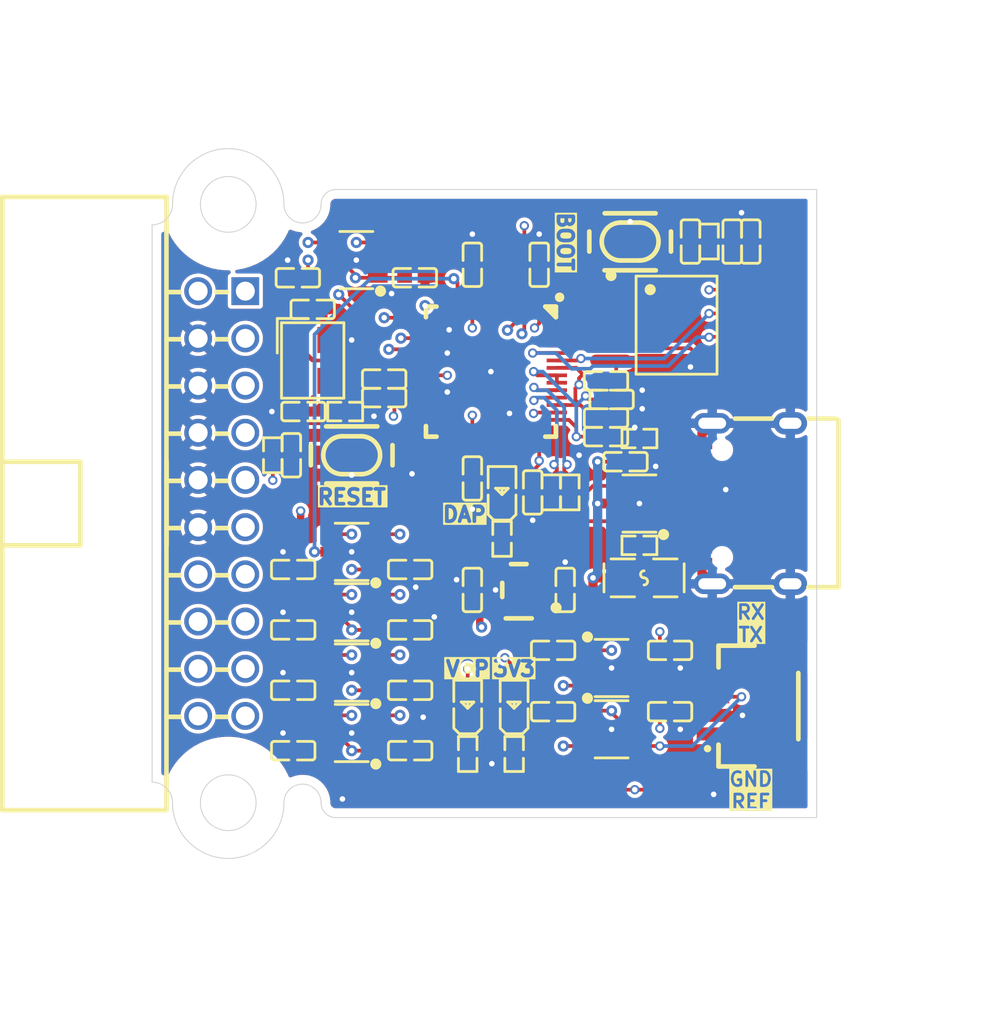
<source format=kicad_pcb>
(kicad_pcb (version 20241229) (generator "pcbnew") (generator_version "9.0")
  (layers (0 "F.Cu" signal) (4 "In1.Cu" signal) (6 "In2.Cu" signal) (2 "B.Cu" signal) (13 "F.Paste" user) (15 "B.Paste" user) (5 "F.SilkS" user "F.Silkscreen") (7 "B.SilkS" user "B.Silkscreen") (1 "F.Mask" user) (3 "B.Mask" user) (25 "Edge.Cuts" user))
  (net 0 "")
  (net 1 "GPIO8")
  (net 2 "model-a-line-2")
  (net 3 "clock")
  (net 4 "data_2")
  (net 5 "SWD_CLK")
  (net 6 "data_1")
  (net 7 "MOSI")
  (net 8 "sbu[1]-line")
  (net 9 "sbu[0]-line")
  (net 10 "GPIO22")
  (net 11 "RP_USB_P")
  (net 12 "RP_USB_N")
  (net 13 "GPIO10")
  (net 14 "data_0")
  (net 15 "GPIO17")
  (net 16 "SCLK")
  (net 17 "SWD_DIO")
  (net 18 "USB_N")
  (net 19 "K")
  (net 20 "MISO")
  (net 21 "footprint-net")
  (net 22 "XIN")
  (net 23 "GPIO21")
  (net 24 "A")
  (net 25 "gpio[26]-line")
  (net 26 "data_3")
  (net 27 "GPIO24")
  (net 28 "GPIO7")
  (net 29 "model-a-line-3")
  (net 30 "cc[0]-line")
  (net 31 "RUN")
  (net 32 "model-a-line-1")
  (net 33 "gpio[29]-line")
  (net 34 "gpio[27]-line")
  (net 35 "model-a-line-0")
  (net 36 "_power_vbus-VCC")
  (net 37 "chip_select")
  (net 38 "GND")
  (net 39 "output")
  (net 40 "GPIO5")
  (net 41 "XOUT")
  (net 42 "power_vbus-VCC")
  (net 43 "GPIO16")
  (net 44 "_core_regulator_out_power-VCC")
  (net 45 "dir-line")
  (net 46 "GPIO23")
  (net 47 "cc[1]-line")
  (net 48 "USB_P")
  (net 49 "GPIO6")
  (net 50 "gpio[28]-line")
  (net 51 "GPIO4")
  (net 52 "reference-VCC")
  (net 53 "3V3")
  (net 54 "SCL")
  (net 55 "return_test_clock-line")
  (net 56 "TCK_SWCLK")
  (net 57 "TMS_DIO")
  (net 58 "_18")
  (net 59 "_2")
  (net 60 "N_TRST")
  (net 61 "_16")
  (net 62 "_20")
  (net 63 "TDO_SWO")
  (net 64 "nRESET")
  (net 65 "footprint-cathode-0")
  (net 66 "anode")
  (net 67 "footprint-cathode-1")
  (net 68 "model-a-line-4")
  (net 69 "a-TX")
  (net 70 "TDI")
  (net 71 "DBGRQ")
  (net 72 "_14")
  (net 73 "a-RX")
  (net 74 "uart-TX")
  (net 75 "uart-RX")
  (net 76 "connector-net")
  (footprint "Wuxi_I_core_Elec_AiP74LVC1T45GB236_TR:SOT-23-6_L2.9-W1.6-P0.95-LS2.8-BL" (layer "F.Cu") (at 11 -30 90)
    (property "Reference" "U7" (hide yes))
    (property "Value" "")
  )
  (footprint "Raspberry_Pi_RP2040:LQFN-56_L7.0-W7.0-P0.4-EP" (layer "F.Cu") (at 18.25 -24 -90)
    (property "Reference" "U9" (hide yes))
    (property "Value" "")
  )
  (footprint "Samsung_Electro_Mechanics_CL05B104KO5NNNC:C0402" (layer "F.Cu") (at 13.9 -13.350001 0)
    (property "Reference" "C3" (hide yes))
    (property "Value" "100nF ±10% 16V X7R")
  )
  (footprint "Samsung_Electro_Mechanics_CL05B104KO5NNNC:C0402" (layer "F.Cu") (at 31.25 -31 90)
    (property "Reference" "C29" (hide yes))
    (property "Value" "100nF ±10% 16V X7R")
  )
  (footprint "Samsung_Electro_Mechanics_CL05B104KO5NNNC:C0402" (layer "F.Cu") (at 7.6 -13.350001 180)
    (property "Reference" "C4" (hide yes))
    (property "Value" "100nF ±10% 16V X7R")
  )
  (footprint "Samsung_Electro_Mechanics_CL05B104KO5NNNC:C0402" (layer "F.Cu") (at 17.25 -18.25 -90)
    (property "Reference" "C25" (hide yes))
    (property "Value" "100nF ±10% 16V X7R")
  )
  (footprint "Samsung_Electro_Mechanics_CL05B104KO5NNNC:C0402" (layer "F.Cu") (at 20.5 -17.5 -90)
    (property "Reference" "C24" (hide yes))
    (property "Value" "100nF ±10% 16V X7R")
  )
  (footprint "Samsung_Electro_Mechanics_CL05B104KO5NNNC:C0402" (layer "F.Cu") (at 7.85 -29.05 180)
    (property "Reference" "C12" (hide yes))
    (property "Value" "100nF ±10% 16V X7R")
  )
  (footprint "Samsung_Electro_Mechanics_CL05B104KO5NNNC:C0402" (layer "F.Cu") (at 13.9 -3.600001 0)
    (property "Reference" "C9" (hide yes))
    (property "Value" "100nF ±10% 16V X7R")
  )
  (footprint "UNI_ROYAL_0402WGF5101TCE:R0402" (layer "F.Cu") (at 26.25 -14.65 180)
    (property "Reference" "R9" (hide yes))
    (property "Value" "5.1kΩ ±1% 62.5mW")
  )
  (footprint "Samsung_Electro_Mechanics_CL05A105KA5NQNC:C0402" (layer "F.Cu") (at 7.500001 -19.5 -90)
    (property "Reference" "C30" (hide yes))
    (property "Value" "1µF ±10% 25V X5R")
  )
  (footprint "FH_0402CG150J500NT:C0402" (layer "F.Cu") (at 8.15 -21.85 180)
    (property "Reference" "C20" (hide yes))
    (property "Value" "15pF ±5% 50V C0G")
  )
  (footprint "Hubei_KENTO_Elec_Blue_light_0603:LED0603-RD" (layer "F.Cu") (at 17 -6 90)
    (property "Reference" "LED3" (hide yes))
    (property "Value" "")
  )
  (footprint "Samsung_Electro_Mechanics_CL05B104KO5NNNC:C0402" (layer "F.Cu") (at 12.500001 -22.6 180)
    (property "Reference" "C18" (hide yes))
    (property "Value" "100nF ±10% 16V X7R")
  )
  (footprint "Samsung_Electro_Mechanics_CL05B104KO5NNNC:C0402" (layer "F.Cu") (at 13.9 -10.100001 0)
    (property "Reference" "C5" (hide yes))
    (property "Value" "100nF ±10% 16V X7R")
  )
  (footprint "Samsung_Electro_Mechanics_CL05B104KO5NNNC:C0402" (layer "F.Cu") (at 7.6 -3.600001 180)
    (property "Reference" "C10" (hide yes))
    (property "Value" "100nF ±10% 16V X7R")
  )
  (footprint "YAGEO_RC0402FR_0727RL:R0402" (layer "F.Cu") (at 22.5 -17.5 90)
    (property "Reference" "R7" (hide yes))
    (property "Value" "27Ω ±1% 62.5mW")
  )
  (footprint "Wuxi_I_core_Elec_AiP74LVC1T45GB236_TR:SOT-23-6_L2.9-W1.6-P0.95-LS2.8-BL" (layer "F.Cu") (at 24.75 -4.75 -90)
    (property "Reference" "U8" (hide yes))
    (property "Value" "")
  )
  (footprint "Wuxi_I_core_Elec_AiP74LVC1T45GB236_TR:SOT-23-6_L2.9-W1.6-P0.95-LS2.8-BL" (layer "F.Cu") (at 10.75 -7.800001 90)
    (property "Reference" "U5" (hide yes))
    (property "Value" "")
  )
  (footprint "Samsung_Electro_Mechanics_CL05B104KO5NNNC:C0402" (layer "F.Cu") (at 14.15 -29.05 0)
    (property "Reference" "C11" (hide yes))
    (property "Value" "100nF ±10% 16V X7R")
  )
  (footprint "Hubei_KENTO_Elec_KT_0603R:LED0603-RD" (layer "F.Cu") (at 19.5 -6 90)
    (property "Reference" "LED1" (hide yes))
    (property "Value" "")
  )
  (footprint "Samsung_Electro_Mechanics_CL05B104KO5NNNC:C0402" (layer "F.Cu") (at 12.5 -23.6 180)
    (property "Reference" "C23" (hide yes))
    (property "Value" "100nF ±10% 16V X7R")
  )
  (footprint "BHFUSE_BSMD0805_050_15V:F0805" (layer "F.Cu") (at 26.5 -12.9 180)
    (property "Reference" "F1" (hide yes))
    (property "Value" "")
  )
  (footprint "Samsung_Electro_Mechanics_CL05B104KO5NNNC:C0402" (layer "F.Cu") (at 27.9 -9 0)
    (property "Reference" "C33" (hide yes))
    (property "Value" "100nF ±10% 16V X7R")
  )
  (footprint "Samsung_Electro_Mechanics_CL05B104KO5NNNC:C0402" (layer "F.Cu") (at 7.6 -10.100001 180)
    (property "Reference" "C6" (hide yes))
    (property "Value" "100nF ±10% 16V X7R")
  )
  (footprint "UNI_ROYAL_0402WGF1002TCE:R0402" (layer "F.Cu") (at 6.5 -19.5 90)
    (property "Reference" "R6" (hide yes))
    (property "Value" "10kΩ ±1% 62.5mW")
  )
  (footprint "Samsung_Electro_Mechanics_CL05B104KO5NNNC:C0402" (layer "F.Cu") (at 21.6 -5.7 180)
    (property "Reference" "C13" (hide yes))
    (property "Value" "100nF ±10% 16V X7R")
  )
  (footprint "Samsung_Electro_Mechanics_CL05A105KA5NQNC:C0402" (layer "F.Cu") (at 28.999999 -31 90)
    (property "Reference" "C15" (hide yes))
    (property "Value" "1µF ±10% 25V X5R")
  )
  (footprint "UNI_ROYAL_0402WGF1001TCE:R0402" (layer "F.Cu") (at 10.4 -21.85 0)
    (property "Reference" "R4" (hide yes))
    (property "Value" "1kΩ ±1% 62.5mW")
  )
  (footprint "Hubei_KENTO_Elec_KT_0603R:LED0603-RD" (layer "F.Cu") (at 18.85 -17.5 90)
    (property "Reference" "LED2" (hide yes))
    (property "Value" "")
  )
  (footprint "Samsung_Electro_Mechanics_CL05A225MQ5NSNC:C0402" (layer "F.Cu") (at 24.45 -20.5 0)
    (property "Reference" "C21" (hide yes))
    (property "Value" "2.2µF ±20% 6.3V X5R")
  )
  (footprint "STMicroelectronics_USBLC6_2SC6:SOT-23-6_L2.9-W1.6-P0.95-LS2.8-BL" (layer "F.Cu") (at 26.25 -16.9 90)
    (property "Reference" "D1" (hide yes))
    (property "Value" "")
  )
  (footprint "Samsung_Electro_Mechanics_CL05B104KO5NNNC:C0402" (layer "F.Cu") (at 13.9 -6.850001 0)
    (property "Reference" "C7" (hide yes))
    (property "Value" "100nF ±10% 16V X7R")
  )
  (footprint "Samsung_Electro_Mechanics_CL05B104KO5NNNC:C0402" (layer "F.Cu") (at 24.45 -23.500001 0)
    (property "Reference" "C17" (hide yes))
    (property "Value" "100nF ±10% 16V X7R")
  )
  (footprint "Wuxi_I_core_Elec_AiP74LVC1T45GB236_TR:SOT-23-6_L2.9-W1.6-P0.95-LS2.8-BL" (layer "F.Cu") (at 10.75 -14.300001 90)
    (property "Reference" "U3" (hide yes))
    (property "Value" "")
  )
  (footprint "FH_0402CG150J500NT:C0402" (layer "F.Cu") (at 8.65 -27.35 0)
    (property "Reference" "C19" (hide yes))
    (property "Value" "15pF ±5% 50V C0G")
  )
  (footprint "Megastar_ZX_IDC2_54_2_10PWZ:IDC-TH_20P-P2.54_ZX-IDC2.54-2-10PWZ" (layer "F.Cu") (at 3.75 -16.9 -90)
    (property "Reference" "J1" (hide yes))
    (property "Value" "")
  )
  (footprint "Samsung_Electro_Mechanics_CL05A225MQ5NSNC:C0402" (layer "F.Cu") (at 32.249999 -31 90)
    (property "Reference" "C28" (hide yes))
    (property "Value" "2.2µF ±20% 6.3V X5R")
  )
  (footprint "YAGEO_RC0402FR_0727RL:R0402" (layer "F.Cu") (at 21.5 -17.5 90)
    (property "Reference" "R8" (hide yes))
    (property "Value" "27Ω ±1% 62.5mW")
  )
  (footprint "UNI_ROYAL_0402WGF1002TCE:R0402" (layer "F.Cu") (at 18.85 -15 90)
    (property "Reference" "R5" (hide yes))
    (property "Value" "10kΩ ±1% 62.5mW")
  )
  (footprint "Samsung_Electro_Mechanics_CL05B104KO5NNNC:C0402" (layer "F.Cu") (at 27.9 -5.7 0)
    (property "Reference" "C14" (hide yes))
    (property "Value" "100nF ±10% 16V X7R")
  )
  (footprint "Samsung_Electro_Mechanics_CL05B104KO5NNNC:C0402" (layer "F.Cu") (at 24.75 -22.5 0)
    (property "Reference" "C22" (hide yes))
    (property "Value" "100nF ±10% 16V X7R")
  )
  (footprint "Wuxi_I_core_Elec_AiP74LVC1T45GB236_TR:SOT-23-6_L2.9-W1.6-P0.95-LS2.8-BL" (layer "F.Cu") (at 10.75 -4.550001 90)
    (property "Reference" "U6" (hide yes))
    (property "Value" "")
  )
  (footprint "Samsung_Electro_Mechanics_CL05B104KO5NNNC:C0402" (layer "F.Cu") (at 17.25 -29.75 90)
    (property "Reference" "C27" (hide yes))
    (property "Value" "100nF ±10% 16V X7R")
  )
  (footprint "UNI_ROYAL_0402WGF5101TCE:R0402" (layer "F.Cu") (at 26.25 -20.4 180)
    (property "Reference" "R10" (hide yes))
    (property "Value" "5.1kΩ ±1% 62.5mW")
  )
  (footprint "Samsung_Electro_Mechanics_CL05B104KO5NNNC:C0402" (layer "F.Cu") (at 25.5 -19.15 0)
    (property "Reference" "C31" (hide yes))
    (property "Value" "100nF ±10% 16V X7R")
  )
  (footprint "SHOU_HAN_TYPE_C_16PIN_2MD_073:USB-C-SMD_TYPE-C-6PIN-2MD-073" (layer "F.Cu") (at 32 -16.9 90)
    (property "Reference" "USB1" (hide yes))
    (property "Value" "")
  )
  (footprint "TECH_PUBLIC_TPAP2112K_3_3TRG1:SOT-23-5_L2.9-W1.6-P0.95-LS2.8-BR" (layer "F.Cu") (at 19.75 -12.25 0)
    (property "Reference" "U2" (hide yes))
    (property "Value" "")
  )
  (footprint "Wuxi_I_core_Elec_AiP74LVC1T45GB236_TR:SOT-23-6_L2.9-W1.6-P0.95-LS2.8-BL" (layer "F.Cu") (at 10.75 -11.050001 90)
    (property "Reference" "U4" (hide yes))
    (property "Value" "")
  )
  (footprint "Samsung_Electro_Mechanics_CL05B104KO5NNNC:C0402" (layer "F.Cu") (at 21.6 -9 180)
    (property "Reference" "C32" (hide yes))
    (property "Value" "100nF ±10% 16V X7R")
  )
  (footprint "UNI_ROYAL_0402WGF1002TCE:R0402" (layer "F.Cu") (at 17 -3.420001 -90)
    (property "Reference" "R2" (hide yes))
    (property "Value" "10kΩ ±1% 62.5mW")
  )
  (footprint "Samsung_Electro_Mechanics_CL05A225MQ5NSNC:C0402" (layer "F.Cu") (at 24.45 -21.5 0)
    (property "Reference" "C16" (hide yes))
    (property "Value" "2.2µF ±20% 6.3V X5R")
  )
  (footprint "Samsung_Electro_Mechanics_CL05B104KO5NNNC:C0402" (layer "F.Cu") (at 20.850001 -29.75 90)
    (property "Reference" "C26" (hide yes))
    (property "Value" "100nF ±10% 16V X7R")
  )
  (footprint "Samsung_Electro_Mechanics_CL05B104KO5NNNC:C0402" (layer "F.Cu") (at 7.6 -6.850001 180)
    (property "Reference" "C8" (hide yes))
    (property "Value" "100nF ±10% 16V X7R")
  )
  (footprint "ALPSALPINE_SKRPACE010:KEY-SMD_4P-L4.2-W3.2-P2.20-LS4.6" (layer "F.Cu") (at 25.749999 -31 0)
    (property "Reference" "SW1" (hide yes))
    (property "Value" "")
  )
  (footprint "Wuxi_I_core_Elec_AiP74LVC1T45GB236_TR:SOT-23-6_L2.9-W1.6-P0.95-LS2.8-BL" (layer "F.Cu") (at 24.75 -8.05 -90)
    (property "Reference" "U1" (hide yes))
    (property "Value" "")
  )
  (footprint "HCTL_HC_1_0_4PWT_B_HW:CONN-SMD_4P-P1.00_HCTL_HC-1.0-4PWT" (layer "F.Cu") (at 32.1 -6 90)
    (property "Reference" "CN1" (hide yes))
    (property "Value" "")
  )
  (footprint "Samsung_Electro_Mechanics_CL05B104KO5NNNC:C0402" (layer "F.Cu") (at 22.25 -12.25 90)
    (property "Reference" "C1" (hide yes))
    (property "Value" "100nF ±10% 16V X7R")
  )
  (footprint "Winbond_Elec_W25Q128JVSIQ:SOIC-8_L5.3-W5.3-P1.27-LS8.0-BL" (layer "F.Cu") (at 28.25 -26.5 -90)
    (property "Reference" "U10" (hide yes))
    (property "Value" "")
  )
  (footprint "UNI_ROYAL_0402WGF1001TCE:R0402" (layer "F.Cu") (at 19.5 -3.420001 -90)
    (property "Reference" "R1" (hide yes))
    (property "Value" "1kΩ ±1% 62.5mW")
  )
  (footprint "ALPSALPINE_SKRPACE010:KEY-SMD_4P-L4.2-W3.2-P2.20-LS4.6" (layer "F.Cu") (at 10.750001 -19.5 180)
    (property "Reference" "SW2" (hide yes))
    (property "Value" "")
  )
  (footprint "Yangxing_Tech_X322512MSB4SI:CRYSTAL-SMD_4P-L3.2-W2.5-BL" (layer "F.Cu") (at 8.65 -24.6 -90)
    (property "Reference" "X1" (hide yes))
    (property "Value" "")
  )
  (footprint "UNI_ROYAL_0402WGF1002TCE:R0402" (layer "F.Cu") (at 30 -31 -90)
    (property "Reference" "R3" (hide yes))
    (property "Value" "10kΩ ±1% 62.5mW")
  )
  (footprint "Samsung_Electro_Mechanics_CL05B104KO5NNNC:C0402" (layer "F.Cu") (at 17.25 -12.25 90)
    (property "Reference" "C2" (hide yes))
    (property "Value" "100nF ±10% 16V X7R")
  )
  (via (at 13.4 -25.8) (size 0.6) (drill 0.3) (layers "F.Cu" "B.Cu") (net 2))
  (via (at 13.35 -8.750001) (size 0.6) (drill 0.3) (layers "F.Cu" "B.Cu") (net 2))
  (via (at 30 -25.85) (size 0.5) (drill 0.3) (layers "F.Cu" "B.Cu") (net 3))
  (via (at 20.5 -25) (size 0.5) (drill 0.3) (layers "F.Cu" "B.Cu") (net 3))
  (via (at 20.564537 -23.15) (size 0.5) (drill 0.3) (layers "F.Cu" "B.Cu") (net 11))
  (via (at 22.35 -19) (size 0.5) (drill 0.3) (layers "F.Cu" "B.Cu") (net 11))
  (via (at 20.564537 -22.45) (size 0.5) (drill 0.3) (layers "F.Cu" "B.Cu") (net 12))
  (via (at 21.65 -19) (size 0.5) (drill 0.3) (layers "F.Cu" "B.Cu") (net 12))
  (via (at 23.1 -24.704) (size 0.5) (drill 0.3) (layers "F.Cu" "B.Cu") (net 26))
  (via (at 30 -27.125) (size 0.5) (drill 0.3) (layers "F.Cu" "B.Cu") (net 26))
  (via (at 13.35 -5.500001) (size 0.6) (drill 0.3) (layers "F.Cu" "B.Cu") (net 29))
  (via (at 12.75 -25.2) (size 0.6) (drill 0.3) (layers "F.Cu" "B.Cu") (net 29))
  (via (at 14.7 -27.55) (size 0.6) (drill 0.3) (layers "F.Cu" "B.Cu") (net 32))
  (via (at 13.35 -12.000001) (size 0.6) (drill 0.3) (layers "F.Cu" "B.Cu") (net 32))
  (via (at 13.35 -15.250001) (size 0.6) (drill 0.3) (layers "F.Cu" "B.Cu") (net 35))
  (via (at 12.5 -26.9) (size 0.6) (drill 0.3) (layers "F.Cu" "B.Cu") (net 35))
  (via (at 24 -16.9) (size 0.6) (drill 0.3) (layers "F.Cu" "B.Cu") (net 36))
  (via (at 23.75 -12.9) (size 0.6) (drill 0.3) (layers "F.Cu" "B.Cu") (net 36))
  (via (at 24 -19.15) (size 0.6) (drill 0.3) (layers "F.Cu" "B.Cu") (net 36))
  (via (at 7.05 -4.550001) (size 0.6) (drill 0.3) (layers "F.Cu" "B.Cu") (net 38))
  (via (at 18.25 -24) (size 0.5) (drill 0.3) (layers "F.Cu" "B.Cu") (net 38))
  (via (at 26.25 -16.9) (size 0.6) (drill 0.3) (layers "F.Cu" "B.Cu") (net 38))
  (via (at 7.3 -30) (size 0.6) (drill 0.3) (layers "F.Cu" "B.Cu") (net 38))
  (via (at 17.25 -16.6) (size 0.5) (drill 0.3) (layers "F.Cu" "B.Cu") (net 38))
  (via (at 20.85 -31.4) (size 0.5) (drill 0.3) (layers "F.Cu" "B.Cu") (net 38))
  (via (at 24.75 -8.05) (size 0.6) (drill 0.3) (layers "F.Cu" "B.Cu") (net 38))
  (via (at 29 -24.25) (size 0.5) (drill 0.3) (layers "F.Cu" "B.Cu") (net 38))
  (via (at 11.95 -21.6) (size 0.5) (drill 0.3) (layers "F.Cu" "B.Cu") (net 38))
  (via (at 10.25 -1) (size 0.5) (drill 0.3) (layers "F.Cu" "B.Cu") (net 38))
  (via (at 12.9 -28.2) (size 0.6) (drill 0.3) (layers "F.Cu" "B.Cu") (net 38))
  (via (at 14.6 -5.4) (size 0.5) (drill 0.3) (layers "F.Cu" "B.Cu") (net 38))
  (via (at 28.45 -8.05) (size 0.6) (drill 0.3) (layers "F.Cu" "B.Cu") (net 38))
  (via (at 6.45 -21.849999) (size 0.5) (drill 0.3) (layers "F.Cu" "B.Cu") (net 38))
  (via (at 10.75 -7.800001) (size 0.6) (drill 0.3) (layers "F.Cu" "B.Cu") (net 38))
  (via (at 30.9 -17.650001) (size 0.6) (drill 0.3) (layers "F.Cu" "B.Cu") (net 38))
  (via (at 26.4 -22) (size 0.5) (drill 0.3) (layers "F.Cu" "B.Cu") (net 38))
  (via (at 7.05 -14.300001) (size 0.6) (drill 0.3) (layers "F.Cu" "B.Cu") (net 38))
  (via (at 31.8 -5.5) (size 0.5) (drill 0.3) (layers "F.Cu" "B.Cu") (net 38))
  (via (at 7.05 -11.050001) (size 0.6) (drill 0.3) (layers "F.Cu" "B.Cu") (net 38))
  (via (at 7.05 -7.800001) (size 0.6) (drill 0.3) (layers "F.Cu" "B.Cu") (net 38))
  (via (at 22.25 -13.75) (size 0.5) (drill 0.3) (layers "F.Cu" "B.Cu") (net 38))
  (via (at 10.75 -4.550001) (size 0.6) (drill 0.3) (layers "F.Cu" "B.Cu") (net 38))
  (via (at 16.4 -12.8) (size 0.5) (drill 0.3) (layers "F.Cu" "B.Cu") (net 38))
  (via (at 10.750001 -25.7) (size 0.5) (drill 0.3) (layers "F.Cu" "B.Cu") (net 38))
  (via (at 15.2 -10.8) (size 0.5) (drill 0.3) (layers "F.Cu" "B.Cu") (net 38))
  (via (at 23 -19.5) (size 0.5) (drill 0.3) (layers "F.Cu" "B.Cu") (net 38))
  (via (at 24.75 -4.75) (size 0.6) (drill 0.3) (layers "F.Cu" "B.Cu") (net 38))
  (via (at 11 -30) (size 0.6) (drill 0.3) (layers "F.Cu" "B.Cu") (net 38))
  (via (at 10.75 -14.300001) (size 0.6) (drill 0.3) (layers "F.Cu" "B.Cu") (net 38))
  (via (at 18.3 -2.9) (size 0.5) (drill 0.3) (layers "F.Cu" "B.Cu") (net 38))
  (via (at 15.9 -25) (size 0.5) (drill 0.3) (layers "F.Cu" "B.Cu") (net 38))
  (via (at 17.25 -31.4) (size 0.5) (drill 0.3) (layers "F.Cu" "B.Cu") (net 38))
  (via (at 26.4 -23) (size 0.5) (drill 0.3) (layers "F.Cu" "B.Cu") (net 38))
  (via (at 25.75 -32.07) (size 0.5) (drill 0.3) (layers "F.Cu" "B.Cu") (net 38))
  (via (at 14.2 -12.4) (size 0.5) (drill 0.3) (layers "F.Cu" "B.Cu") (net 38))
  (via (at 16 -26.25) (size 0.6) (drill 0.3) (layers "F.Cu" "B.Cu") (net 38))
  (via (at 15.9 -22.9) (size 0.6) (drill 0.3) (layers "F.Cu" "B.Cu") (net 38))
  (via (at 19.25 -21.75) (size 0.6) (drill 0.3) (layers "F.Cu" "B.Cu") (net 38))
  (via (at 10.75 -11.050001) (size 0.6) (drill 0.3) (layers "F.Cu" "B.Cu") (net 38))
  (via (at 26 -21) (size 0.5) (drill 0.3) (layers "F.Cu" "B.Cu") (net 38))
  (via (at 28.45 -4.75) (size 0.6) (drill 0.3) (layers "F.Cu" "B.Cu") (net 38))
  (via (at 10.75 -18.43) (size 0.5) (drill 0.3) (layers "F.Cu" "B.Cu") (net 38))
  (via (at 27.125 -18.9) (size 0.6) (drill 0.3) (layers "F.Cu" "B.Cu") (net 38))
  (via (at 14 -18.5) (size 0.5) (drill 0.3) (layers "F.Cu" "B.Cu") (net 38))
  (via (at 30.25 -1.25) (size 0.5) (drill 0.3) (layers "F.Cu" "B.Cu") (net 38))
  (via (at 31.750001 -32.55) (size 0.5) (drill 0.3) (layers "F.Cu" "B.Cu") (net 38))
  (via (at 18.5 -12.25) (size 0.5) (drill 0.3) (layers "F.Cu" "B.Cu") (net 38))
  (via (at 20.5 -16) (size 0.5) (drill 0.3) (layers "F.Cu" "B.Cu") (net 38))
  (via (at 23 -23.3) (size 0.5) (drill 0.3) (layers "F.Cu" "B.Cu") (net 44))
  (via (at 13 -21.6) (size 0.5) (drill 0.3) (layers "F.Cu" "B.Cu") (net 44))
  (via (at 8.75 -14.3) (size 0.6) (drill 0.3) (layers "F.Cu" "B.Cu") (net 45))
  (via (at 16.25 -29) (size 0.6) (drill 0.3) (layers "F.Cu" "B.Cu") (net 45))
  (via (at 8 -16.5) (size 0.5) (drill 0.3) (layers "F.Cu" "B.Cu") (net 52))
  (via (at 27.35 -10) (size 0.5) (drill 0.3) (layers "F.Cu" "B.Cu") (net 52))
  (via (at 26 -1.5) (size 0.5) (drill 0.3) (layers "F.Cu" "B.Cu") (net 52))
  (via (at 27.35 -4.8) (size 0.5) (drill 0.3) (layers "F.Cu" "B.Cu") (net 52))
  (via (at 8.4 -30) (size 0.6) (drill 0.3) (layers "F.Cu" "B.Cu") (net 52))
  (via (at 6.5 -18.15) (size 0.5) (drill 0.3) (layers "F.Cu" "B.Cu") (net 53))
  (via (at 10.75 -3.6) (size 0.6) (drill 0.3) (layers "F.Cu" "B.Cu") (net 53))
  (via (at 17.75 -10.25) (size 0.6) (drill 0.3) (layers "F.Cu" "B.Cu") (net 53))
  (via (at 10.75 -6.85) (size 0.6) (drill 0.3) (layers "F.Cu" "B.Cu") (net 53))
  (via (at 20.6 -26.35) (size 0.5) (drill 0.3) (layers "F.Cu" "B.Cu") (net 53))
  (via (at 10.75 -13.35) (size 0.6) (drill 0.3) (layers "F.Cu" "B.Cu") (net 53))
  (via (at 20.851 -19.2) (size 0.5) (drill 0.3) (layers "F.Cu" "B.Cu") (net 53))
  (via (at 22.85 -20.5) (size 0.5) (drill 0.3) (layers "F.Cu" "B.Cu") (net 53))
  (via (at 19 -8.6) (size 0.5) (drill 0.3) (layers "F.Cu" "B.Cu") (net 53))
  (via (at 17.25 -26.35) (size 0.5) (drill 0.3) (layers "F.Cu" "B.Cu") (net 53))
  (via (at 24.75 -5.75) (size 0.6) (drill 0.3) (layers "F.Cu" "B.Cu") (net 53))
  (via (at 10.950735 -29.049265) (size 0.6) (drill 0.3) (layers "F.Cu" "B.Cu") (net 53))
  (via (at 17.25 -21.65) (size 0.5) (drill 0.3) (layers "F.Cu" "B.Cu") (net 53))
  (via (at 10.75 -10.1) (size 0.6) (drill 0.3) (layers "F.Cu" "B.Cu") (net 53))
  (via (at 15.9 -23.800001) (size 0.5) (drill 0.3) (layers "F.Cu" "B.Cu") (net 53))
  (via (at 24.75 -9) (size 0.6) (drill 0.3) (layers "F.Cu" "B.Cu") (net 53))
  (via (at 20.548886 -21.750171) (size 0.5) (drill 0.3) (layers "F.Cu" "B.Cu") (net 53))
  (via (at 30 -28.4) (size 0.5) (drill 0.3) (layers "F.Cu" "B.Cu") (net 53))
  (via (at 20.550001 -24) (size 0.5) (drill 0.3) (layers "F.Cu" "B.Cu") (net 53))
  (via (at 23.35 -22.691935) (size 0.5) (drill 0.3) (layers "F.Cu" "B.Cu") (net 53))
  (via (at 10.75 -12.000001) (size 0.6) (drill 0.3) (layers "F.Cu" "B.Cu") (net 56))
  (via (at 10.75 -15.25) (size 0.6) (drill 0.3) (layers "F.Cu" "B.Cu") (net 57))
  (via (at 10.75 -8.750002) (size 0.6) (drill 0.3) (layers "F.Cu" "B.Cu") (net 63))
  (via (at 10.75 -5.500002) (size 0.6) (drill 0.3) (layers "F.Cu" "B.Cu") (net 64))
  (via (at 19.142175 -26.226491) (size 0.6) (drill 0.3) (layers "F.Cu" "B.Cu") (net 66))
  (via (at 17 -8) (size 0.5) (drill 0.3) (layers "F.Cu" "B.Cu") (net 66))
  (via (at 11 -30.95) (size 0.6) (drill 0.3) (layers "F.Cu" "B.Cu") (net 68))
  (via (at 10.050735 -28.149265) (size 0.6) (drill 0.3) (layers "F.Cu" "B.Cu") (net 68))
  (via (at 22.15 -3.85) (size 0.6) (drill 0.3) (layers "F.Cu" "B.Cu") (net 69))
  (via (at 20.05 -31.85) (size 0.5) (drill 0.3) (layers "F.Cu" "B.Cu") (net 69))
  (via (at 8.4 -30.95) (size 0.6) (drill 0.3) (layers "F.Cu" "B.Cu") (net 70))
  (via (at 22.15 -7.100001) (size 0.6) (drill 0.3) (layers "F.Cu" "B.Cu") (net 73))
  (via (at 19.919073 -26.035616) (size 0.6) (drill 0.3) (layers "F.Cu" "B.Cu") (net 73))
  (via (at 27.35 -3.85) (size 0.5) (drill 0.3) (layers "F.Cu" "B.Cu") (net 74))
  (via (at 31.75 -6.5) (size 0.5) (drill 0.3) (layers "F.Cu" "B.Cu") (net 74))
  (zone (net 38) (net_name "GND") (layers "F.Cu" "B.Cu" "In2.Cu") (priority 1) (connect_pads (clearance 0.2)) (min_thickness 0.2) (fill yes (thermal_gap 0.2) (thermal_bridge_width 0.5))
    (polygon (pts (xy -1 -37) (xy -1 3) (xy 37 3) (xy 37 -37)))
  )
  (segment (start 11.9 -8.750001) (end 13.35 -8.750001) (width 0.2) (net 2) (layer "F.Cu"))
  (segment (start 14.7 -25.8) (end 13.4 -25.8) (width 0.2) (net 2) (layer "F.Cu"))
  (segment (start 30.02 -25.87) (end 30 -25.85) (width 0.2) (net 3) (layer "F.Cu"))
  (segment (start 21.8 -25) (end 20.5 -25) (width 0.2) (net 3) (layer "F.Cu"))
  (segment (start 31.78 -25.87) (end 30.02 -25.87) (width 0.2) (net 3) (layer "F.Cu"))
  (segment (start 23.6 -24.153) (end 22.597 -24.153) (width 0.2) (net 3) (layer "B.Cu"))
  (segment (start 21.75 -25) (end 20.5 -25) (width 0.2) (net 3) (layer "B.Cu"))
  (segment (start 27.803 -24.302999) (end 23.75 -24.303) (width 0.2) (net 3) (layer "B.Cu"))
  (segment (start 30 -25.85) (end 29.35 -25.85) (width 0.2) (net 3) (layer "B.Cu"))
  (segment (start 23.75 -24.303) (end 23.6 -24.153) (width 0.2) (net 3) (layer "B.Cu"))
  (segment (start 29.35 -25.85) (end 27.803 -24.302999) (width 0.2) (net 3) (layer "B.Cu"))
  (segment (start 22.597 -24.153) (end 21.75 -25) (width 0.2) (net 3) (layer "B.Cu"))
  (segment (start 21.8 -25.8) (end 22.95 -25.8) (width 0.2) (net 4) (layer "F.Cu"))
  (segment (start 22.95 -25.8) (end 23.02 -25.87) (width 0.2) (net 4) (layer "F.Cu"))
  (segment (start 23.02 -25.87) (end 24.72 -25.87) (width 0.2) (net 4) (layer "F.Cu"))
  (segment (start 22.55 -26.2) (end 23.48 -27.13) (width 0.2) (net 6) (layer "F.Cu"))
  (segment (start 23.48 -27.13) (end 24.72 -27.13) (width 0.2) (net 6) (layer "F.Cu"))
  (segment (start 21.8 -26.2) (end 22.55 -26.2) (width 0.2) (net 6) (layer "F.Cu"))
  (segment (start 21.8 -23) (end 20.714537 -23) (width 0.2) (net 11) (layer "F.Cu"))
  (segment (start 22.5 -18.357501) (end 22.2 -18.657501) (width 0.2) (net 11) (layer "F.Cu"))
  (segment (start 20.714537 -23) (end 20.564537 -23.15) (width 0.2) (net 11) (layer "F.Cu"))
  (segment (start 22.5 -17.93) (end 22.5 -18.357501) (width 0.2) (net 11) (layer "F.Cu"))
  (segment (start 22.2 -18.85) (end 22.35 -19) (width 0.2) (net 11) (layer "F.Cu"))
  (segment (start 22.2 -18.657501) (end 22.2 -18.85) (width 0.2) (net 11) (layer "F.Cu"))
  (segment (start 20.564537 -23.15) (end 20.714537 -23) (width 0.2) (net 11) (layer "B.Cu"))
  (segment (start 21.282844 -23) (end 22.2 -22.082844) (width 0.2) (net 11) (layer "B.Cu"))
  (segment (start 20.714537 -23) (end 21.282844 -23) (width 0.2) (net 11) (layer "B.Cu"))
  (segment (start 22.2 -19.15) (end 22.35 -19) (width 0.2) (net 11) (layer "B.Cu"))
  (segment (start 22.2 -22.082844) (end 22.2 -19.15) (width 0.2) (net 11) (layer "B.Cu"))
  (segment (start 21.8 -18.657501) (end 21.8 -18.85) (width 0.2) (net 12) (layer "F.Cu"))
  (segment (start 21.5 -17.93) (end 21.5 -18.357501) (width 0.2) (net 12) (layer "F.Cu"))
  (segment (start 21.800001 -22.6) (end 20.714537 -22.6) (width 0.2) (net 12) (layer "F.Cu"))
  (segment (start 21.8 -18.85) (end 21.65 -19) (width 0.2) (net 12) (layer "F.Cu"))
  (segment (start 21.5 -18.357501) (end 21.8 -18.657501) (width 0.2) (net 12) (layer "F.Cu"))
  (segment (start 20.714537 -22.6) (end 20.564537 -22.45) (width 0.2) (net 12) (layer "F.Cu"))
  (segment (start 21.8 -19.15) (end 21.65 -19) (width 0.2) (net 12) (layer "B.Cu"))
  (segment (start 20.714537 -22.6) (end 21.117156 -22.6) (width 0.2) (net 12) (layer "B.Cu"))
  (segment (start 20.564537 -22.45) (end 20.714537 -22.6) (width 0.2) (net 12) (layer "B.Cu"))
  (segment (start 21.8 -21.917156) (end 21.8 -19.15) (width 0.2) (net 12) (layer "B.Cu"))
  (segment (start 21.117156 -22.6) (end 21.8 -21.917156) (width 0.2) (net 12) (layer "B.Cu"))
  (segment (start 28.996 -25.253999) (end 29.65 -24.6) (width 0.2) (net 14) (layer "F.Cu"))
  (segment (start 22.996 -25.254) (end 28.996 -25.253999) (width 0.2) (net 14) (layer "F.Cu"))
  (segment (start 22.85 -25.4) (end 22.996 -25.254) (width 0.2) (net 14) (layer "F.Cu"))
  (segment (start 21.800001 -25.4) (end 22.85 -25.4) (width 0.2) (net 14) (layer "F.Cu"))
  (segment (start 29.65 -24.6) (end 31.78 -24.6) (width 0.2) (net 14) (layer "F.Cu"))
  (segment (start 30.5 -16.15) (end 30.75 -16.4) (width 0.2) (net 18) (layer "F.Cu"))
  (segment (start 30.75 -16.4) (end 30.750001 -16.9) (width 0.2) (net 18) (layer "F.Cu"))
  (segment (start 28.299999 -15.95) (end 27.4 -15.95) (width 0.2) (net 18) (layer "F.Cu"))
  (segment (start 22.05 -15.95) (end 21.5 -16.5) (width 0.2) (net 18) (layer "F.Cu"))
  (segment (start 21.5 -16.5) (end 21.5 -17.07) (width 0.2) (net 18) (layer "F.Cu"))
  (segment (start 30.5 -17.15) (end 29.62 -17.15) (width 0.2) (net 18) (layer "F.Cu"))
  (segment (start 28.5 -16.15) (end 28.299999 -15.95) (width 0.2) (net 18) (layer "F.Cu"))
  (segment (start 25.1 -15.95) (end 22.05 -15.95) (width 0.2) (net 18) (layer "F.Cu"))
  (segment (start 30.750001 -16.9) (end 30.5 -17.15) (width 0.2) (net 18) (layer "F.Cu"))
  (segment (start 27.4 -15.95) (end 25.1 -15.95) (width 0.2) (net 18) (layer "F.Cu"))
  (segment (start 29.62 -16.15) (end 30.5 -16.15) (width 0.2) (net 18) (layer "F.Cu"))
  (segment (start 29.62 -16.15) (end 28.5 -16.15) (width 0.2) (net 18) (layer "F.Cu"))
  (segment (start 18.85 -16.700001) (end 18.85 -15.43) (width 0.2) (net 19) (layer "F.Cu"))
  (segment (start 8.1 -26) (end 7.800001 -25.7) (width 0.25) (net 22) (layer "F.Cu"))
  (segment (start 7.800001 -25.7) (end 7.8 -25.45) (width 0.25) (net 22) (layer "F.Cu"))
  (segment (start 14.7 -24.6) (end 8.65 -24.6) (width 0.2) (net 22) (layer "F.Cu"))
  (segment (start 8.65 -24.6) (end 8.6 -24.65) (width 0.2) (net 22) (layer "F.Cu"))
  (segment (start 8.1 -27.35) (end 8.1 -26) (width 0.25) (net 22) (layer "F.Cu"))
  (segment (start 7.8 -25.45) (end 8.6 -24.65) (width 0.25) (net 22) (layer "F.Cu"))
  (segment (start 18.85 -20.45) (end 18.85 -18.3) (width 0.2) (net 24) (layer "F.Cu"))
  (segment (start 30.005 -27.13) (end 30 -27.125) (width 0.2) (net 26) (layer "F.Cu"))
  (segment (start 22.996 -24.6) (end 23.1 -24.704) (width 0.2) (net 26) (layer "F.Cu"))
  (segment (start 31.78 -27.13) (end 30.005 -27.13) (width 0.2) (net 26) (layer "F.Cu"))
  (segment (start 21.8 -24.6) (end 22.996 -24.6) (width 0.2) (net 26) (layer "F.Cu"))
  (segment (start 30 -27.125) (end 27.579 -24.704) (width 0.2) (net 26) (layer "B.Cu"))
  (segment (start 23.1 -24.704) (end 27.579 -24.704) (width 0.2) (net 26) (layer "B.Cu"))
  (segment (start 13.85 -25.4) (end 13.65 -25.2) (width 0.2) (net 29) (layer "F.Cu"))
  (segment (start 11.9 -5.500001) (end 13.35 -5.500001) (width 0.2) (net 29) (layer "F.Cu"))
  (segment (start 13.65 -25.2) (end 12.75 -25.2) (width 0.2) (net 29) (layer "F.Cu"))
  (segment (start 14.699999 -25.4) (end 13.85 -25.4) (width 0.2) (net 29) (layer "F.Cu"))
  (segment (start 27.5671 -14.65) (end 28.567101 -15.65) (width 0.2) (net 30) (layer "F.Cu"))
  (segment (start 26.68 -14.65) (end 27.5671 -14.65) (width 0.2) (net 30) (layer "F.Cu"))
  (segment (start 28.567101 -15.65) (end 29.619999 -15.65) (width 0.2) (net 30) (layer "F.Cu"))
  (segment (start 13.95 -22.2) (end 13.75 -22) (width 0.2) (net 31) (layer "F.Cu"))
  (segment (start 8.13 -20.05) (end 8.65 -20.57) (width 0.25) (net 31) (layer "F.Cu"))
  (segment (start 7.5 -20.05) (end 8.13 -20.05) (width 0.25) (net 31) (layer "F.Cu"))
  (segment (start 13.75 -22) (end 13.749999 -21.2) (width 0.2) (net 31) (layer "F.Cu"))
  (segment (start 12.85 -20.57) (end 8.65 -20.57) (width 0.25) (net 31) (layer "F.Cu"))
  (segment (start 14.7 -22.2) (end 13.95 -22.2) (width 0.2) (net 31) (layer "F.Cu"))
  (segment (start 6.5 -19.93) (end 7.38 -19.93) (width 0.25) (net 31) (layer "F.Cu"))
  (segment (start 7.38 -19.93) (end 7.5 -20.05) (width 0.25) (net 31) (layer "F.Cu"))
  (segment (start 13.749999 -21.2) (end 13.12 -20.57) (width 0.2) (net 31) (layer "F.Cu"))
  (segment (start 13.12 -20.57) (end 12.85 -20.57) (width 0.2) (net 31) (layer "F.Cu"))
  (segment (start 11.9 -12.000001) (end 13.35 -12.000001) (width 0.2) (net 32) (layer "F.Cu"))
  (segment (start 15.649999 -27.55) (end 14.7 -27.55) (width 0.2) (net 32) (layer "F.Cu"))
  (segment (start 13.8 -26.9) (end 12.5 -26.9) (width 0.2) (net 35) (layer "F.Cu"))
  (segment (start 14.1 -26.6) (end 13.9 -26.8) (width 0.2) (net 35) (layer "F.Cu"))
  (segment (start 11.9 -15.250001) (end 13.35 -15.250001) (width 0.2) (net 35) (layer "F.Cu"))
  (segment (start 13.9 -26.8) (end 13.8 -26.9) (width 0.2) (net 35) (layer "F.Cu"))
  (segment (start 14.7 -26.6) (end 14.1 -26.6) (width 0.2) (net 35) (layer "F.Cu"))
  (segment (start 24.95 -19.15) (end 24 -19.15) (width 0.2) (net 36) (layer "F.Cu"))
  (segment (start 24 -16.9) (end 25.1 -16.9) (width 0.53) (net 36) (layer "F.Cu"))
  (segment (start 19.95 -11.3) (end 20.85 -11.3) (width 0.2) (net 36) (layer "F.Cu"))
  (segment (start 19.75 -11.5) (end 19.95 -11.3) (width 0.2) (net 36) (layer "F.Cu"))
  (segment (start 22.25 -11.7) (end 21.85 -11.3) (width 0.4) (net 36) (layer "F.Cu"))
  (segment (start 21.85 -11.3) (end 20.85 -11.3) (width 0.4) (net 36) (layer "F.Cu"))
  (segment (start 19.95 -13.2) (end 19.75 -13) (width 0.2) (net 36) (layer "F.Cu"))
  (segment (start 23.75 -12.9) (end 25.36 -12.9) (width 0.5) (net 36) (layer "F.Cu"))
  (segment (start 23.75 -12.9) (end 23.75 -12.25) (width 0.5) (net 36) (layer "F.Cu"))
  (segment (start 23.2 -11.7) (end 22.25 -11.7) (width 0.5) (net 36) (layer "F.Cu"))
  (segment (start 20.85 -13.2) (end 19.95 -13.2) (width 0.2) (net 36) (layer "F.Cu"))
  (segment (start 23.75 -12.25) (end 23.2 -11.7) (width 0.5) (net 36) (layer "F.Cu"))
  (segment (start 19.75 -13) (end 19.75 -11.5) (width 0.2) (net 36) (layer "F.Cu"))
  (segment (start 24 -16.9) (end 24 -13.15) (width 0.5) (net 36) (layer "B.Cu"))
  (segment (start 24 -13.15) (end 23.75 -12.9) (width 0.5) (net 36) (layer "B.Cu"))
  (segment (start 24 -16.9) (end 24 -19.15) (width 0.5) (net 36) (layer "B.Cu"))
  (segment (start 24.16 -28.41) (end 22.35 -26.6) (width 0.2) (net 37) (layer "F.Cu"))
  (segment (start 27.85 -29.93) (end 23.65 -29.93) (width 0.25) (net 37) (layer "F.Cu"))
  (segment (start 23.65 -29.93) (end 24.72 -29.93) (width 0.25) (net 37) (layer "F.Cu"))
  (segment (start 24.72 -29.93) (end 24.72 -28.41) (width 0.25) (net 37) (layer "F.Cu"))
  (segment (start 29.12 -30.57) (end 29 -30.45) (width 0.25) (net 37) (layer "F.Cu"))
  (segment (start 30 -30.57) (end 29.12 -30.57) (width 0.25) (net 37) (layer "F.Cu"))
  (segment (start 24.72 -28.41) (end 24.16 -28.41) (width 0.2) (net 37) (layer "F.Cu"))
  (segment (start 29 -30.45) (end 28.37 -30.45) (width 0.25) (net 37) (layer "F.Cu"))
  (segment (start 28.37 -30.45) (end 27.85 -29.93) (width 0.25) (net 37) (layer "F.Cu"))
  (segment (start 22.35 -26.6) (end 21.8 -26.600001) (width 0.2) (net 37) (layer "F.Cu"))
  (segment (start 10.75 -18.43) (end 8.65 -18.43) (width 0.25) (net 38) (layer "F.Cu"))
  (segment (start 11.9 -11.050001) (end 10.75 -11.050001) (width 0.2) (net 38) (layer "F.Cu"))
  (segment (start 14.45 -10.570001) (end 13.97 -11.050001) (width 0.2) (net 38) (layer "F.Cu"))
  (segment (start 19.25 -21.75) (end 19.25 -23) (width 0.2) (net 38) (layer "F.Cu"))
  (segment (start 31.75 -31.55) (end 31.25 -31.55) (width 0.25) (net 38) (layer "F.Cu"))
  (segment (start 7.049999 -10.100001) (end 7.05 -11.050001) (width 0.2) (net 38) (layer "F.Cu"))
  (segment (start 23.6 -4.75) (end 24.75 -4.75) (width 0.2) (net 38) (layer "F.Cu"))
  (segment (start 24.72 -24.6) (end 25 -24.6) (width 0.2) (net 38) (layer "F.Cu"))
  (segment (start 29 -31.55) (end 28.37 -31.55) (width 0.25) (net 38) (layer "F.Cu"))
  (segment (start 14.7 -29.52) (end 14.22 -30) (width 0.2) (net 38) (layer "F.Cu"))
  (segment (start 14.45 -4.070001) (end 13.97 -4.550001) (width 0.2) (net 38) (layer "F.Cu"))
  (segment (start 11.95 -22.6) (end 11.95 -21.6) (width 0.2) (net 38) (layer "F.Cu"))
  (segment (start 25 -23.5) (end 25 -23) (width 0.2) (net 38) (layer "F.Cu"))
  (segment (start 24.72 -24.6) (end 28.65 -24.600001) (width 0.2) (net 38) (layer "F.Cu"))
  (segment (start 21.05 -8.53) (end 21.53 -8.05) (width 0.2) (net 38) (layer "F.Cu"))
  (segment (start 16 -26.25) (end 18.25 -24) (width 0.2) (net 38) (layer "F.Cu"))
  (segment (start 21.049999 -9) (end 21.05 -8.53) (width 0.2) (net 38) (layer "F.Cu"))
  (segment (start 17.25 -30.3) (end 17.25 -31.4) (width 0.2) (net 38) (layer "F.Cu"))
  (segment (start 25 -22.5) (end 25 -21) (width 0.2) (net 38) (layer "F.Cu"))
  (segment (start 14.450001 -10.100001) (end 14.45 -10.570001) (width 0.2) (net 38) (layer "F.Cu"))
  (segment (start 29.619999 -20.67) (end 30.17 -21.22) (width 0.5) (net 38) (layer "F.Cu"))
  (segment (start 20.85 -30.3) (end 20.85 -31.4) (width 0.2) (net 38) (layer "F.Cu"))
  (segment (start 25 -22) (end 26.4 -22) (width 0.2) (net 38) (layer "F.Cu"))
  (segment (start 21.53 -4.75) (end 23.6 -4.75) (width 0.2) (net 38) (layer "F.Cu"))
  (segment (start 7.6 -21.85) (end 6.45 -21.849999) (width 0.25) (net 38) (layer "F.Cu"))
  (segment (start 14.450001 -3.600001) (end 14.45 -4.070001) (width 0.2) (net 38) (layer "F.Cu"))
  (segment (start 11.9 -14.300001) (end 10.75 -14.300001) (width 0.2) (net 38) (layer "F.Cu"))
  (segment (start 13.97 -4.550001) (end 11.9 -4.550001) (width 0.2) (net 38) (layer "F.Cu"))
  (segment (start 13.97 -11.050001) (end 11.9 -11.050001) (width 0.2) (net 38) (layer "F.Cu"))
  (segment (start 28.65 -24.600001) (end 29 -24.25) (width 0.2) (net 38) (layer "F.Cu"))
  (segment (start 25 -23) (end 25 -22.5) (width 0.2) (net 38) (layer "F.Cu"))
  (segment (start 26.25 -16.9) (end 27.4 -16.9) (width 0.53) (net 38) (layer "F.Cu"))
  (segment (start 14.700001 -29.05) (end 14.7 -29.52) (width 0.2) (net 38) (layer "F.Cu"))
  (segment (start 9.2 -27.35) (end 9.2 -26) (width 0.25) (net 38) (layer "F.Cu"))
  (segment (start 28.37 -31.55) (end 27.85 -32.07) (width 0.25) (net 38) (layer "F.Cu"))
  (segment (start 17.15 -22.9) (end 18.25 -24) (width 0.2) (net 38) (layer "F.Cu"))
  (segment (start 25 -21) (end 26 -21) (width 0.2) (net 38) (layer "F.Cu"))
  (segment (start 29.62 -20.1) (end 29.619999 -20.67) (width 0.5) (net 38) (layer "F.Cu"))
  (segment (start 32.25 -31.55) (end 31.75 -31.55) (width 0.25) (net 38) (layer "F.Cu"))
  (segment (start 21.53 -8.05) (end 23.6 -8.05) (width 0.2) (net 38) (layer "F.Cu"))
  (segment (start 20.5 -15.25) (end 19.82 -14.57) (width 0.2) (net 38) (layer "F.Cu"))
  (segment (start 25 -24.6) (end 25 -23.5) (width 0.2) (net 38) (layer "F.Cu"))
  (segment (start 14.450001 -6.850001) (end 14.45 -7.320001) (width 0.2) (net 38) (layer "F.Cu"))
  (segment (start 11.9 -7.800001) (end 10.75 -7.800001) (width 0.2) (net 38) (layer "F.Cu"))
  (segment (start 14.450001 -13.350001) (end 14.45 -13.820001) (width 0.2) (net 38) (layer "F.Cu"))
  (segment (start 19.82 -14.57) (end 18.85 -14.57) (width 0.2) (net 38) (layer "F.Cu"))
  (segment (start 7.049999 -6.850001) (end 7.05 -7.800001) (width 0.2) (net 38) (layer "F.Cu"))
  (segment (start 23.65 -32.07) (end 25.75 -32.07) (width 0.25) (net 38) (layer "F.Cu"))
  (segment (start 7.800001 -23.5) (end 7.8 -22.05) (width 0.25) (net 38) (layer "F.Cu"))
  (segment (start 20.5 -16) (end 20.5 -15.25) (width 0.2) (net 38) (layer "F.Cu"))
  (segment (start 23.6 -8.05) (end 24.75 -8.05) (width 0.2) (net 38) (layer "F.Cu"))
  (segment (start 7.5 -18.95) (end 8.13 -18.95) (width 0.25) (net 38) (layer "F.Cu"))
  (segment (start 21.049999 -5.7) (end 21.05 -5.23) (width 0.2) (net 38) (layer "F.Cu"))
  (segment (start 25 -23) (end 26.4 -23) (width 0.2) (net 38) (layer "F.Cu"))
  (segment (start 7.049999 -3.600001) (end 7.05 -4.550001) (width 0.2) (net 38) (layer "F.Cu"))
  (segment (start 13.97 -7.800001) (end 11.9 -7.800001) (width 0.2) (net 38) (layer "F.Cu"))
  (segment (start 9.5 -25.7) (end 10.750001 -25.7) (width 0.25) (net 38) (layer "F.Cu"))
  (segment (start 7.8 -22.05) (end 7.6 -21.85) (width 0.25) (net 38) (layer "F.Cu"))
  (segment (start 14.45 -7.320001) (end 13.97 -7.800001) (width 0.2) (net 38) (layer "F.Cu"))
  (segment (start 20.5 -16.95) (end 20.5 -16) (width 0.2) (net 38) (layer "F.Cu"))
  (segment (start 17.25 -17.7) (end 17.25 -16.6) (width 0.2) (net 38) (layer "F.Cu"))
  (segment (start 28.450001 -9) (end 28.45 -8.05) (width 0.2) (net 38) (layer "F.Cu"))
  (segment (start 29.619999 -13.13) (end 30.17 -12.58) (width 0.5) (net 38) (layer "F.Cu"))
  (segment (start 12.15 -30) (end 11 -30) (width 0.2) (net 38) (layer "F.Cu"))
  (segment (start 8.13 -18.95) (end 8.65 -18.43) (width 0.25) (net 38) (layer "F.Cu"))
  (segment (start 14.22 -30) (end 12.15 -30) (width 0.2) (net 38) (layer "F.Cu"))
  (segment (start 19.25 -23) (end 18.25 -24) (width 0.2) (net 38) (layer "F.Cu"))
  (segment (start 7.049999 -13.350001) (end 7.05 -14.300001) (width 0.2) (net 38) (layer "F.Cu"))
  (segment (start 11.9 -4.550001) (end 10.75 -4.550001) (width 0.2) (net 38) (layer "F.Cu"))
  (segment (start 13.97 -14.300001) (end 11.9 -14.300001) (width 0.2) (net 38) (layer "F.Cu"))
  (segment (start 15.9 -22.9) (end 17.15 -22.9) (width 0.2) (net 38) (layer "F.Cu"))
  (segment (start 9.2 -26) (end 9.5 -25.7) (width 0.25) (net 38) (layer "F.Cu"))
  (segment (start 14.7 -25) (end 15.9 -25) (width 0.2) (net 38) (layer "F.Cu"))
  (segment (start 21.05 -5.23) (end 21.53 -4.75) (width 0.2) (net 38) (layer "F.Cu"))
  (segment (start 28.450001 -5.7) (end 28.45 -4.75) (width 0.2) (net 38) (layer "F.Cu"))
  (segment (start 25 -21) (end 25 -20.5) (width 0.2) (net 38) (layer "F.Cu"))
  (segment (start 11.95 -23.6) (end 11.95 -22.6) (width 0.2) (net 38) (layer "F.Cu"))
  (segment (start 25.75 -32.07) (end 27.85 -32.07) (width 0.25) (net 38) (layer "F.Cu"))
  (segment (start 31.75 -31.55) (end 31.750001 -32.55) (width 0.25) (net 38) (layer "F.Cu"))
  (segment (start 29.62 -13.7) (end 29.619999 -13.13) (width 0.5) (net 38) (layer "F.Cu"))
  (segment (start 12.85 -18.43) (end 10.75 -18.43) (width 0.25) (net 38) (layer "F.Cu"))
  (segment (start 7.299999 -29.05) (end 7.3 -30) (width 0.2) (net 38) (layer "F.Cu"))
  (segment (start 14.45 -13.820001) (end 13.97 -14.300001) (width 0.2) (net 38) (layer "F.Cu"))
  (segment (start 9.17 -22.32) (end 8.7 -21.85) (width 0.25) (net 39) (layer "F.Cu"))
  (segment (start 9.5 -22.32) (end 9.17 -22.32) (width 0.25) (net 39) (layer "F.Cu"))
  (segment (start 9.5 -23.5) (end 9.5 -22.32) (width 0.25) (net 39) (layer "F.Cu"))
  (segment (start 9.5 -22.32) (end 9.97 -21.85) (width 0.25) (net 39) (layer "F.Cu"))
  (segment (start 11.149999 -24.2) (end 10.83 -23.88) (width 0.2) (net 41) (layer "F.Cu"))
  (segment (start 10.83 -23.88) (end 10.83 -21.85) (width 0.2) (net 41) (layer "F.Cu"))
  (segment (start 14.7 -24.199999) (end 11.149999 -24.2) (width 0.2) (net 41) (layer "F.Cu"))
  (segment (start 30.598636 -14.899999) (end 30.75 -14.9) (width 0.2) (net 42) (layer "F.Cu"))
  (segment (start 31.75 -15.9) (end 31.75 -17.9) (width 0.5) (net 42) (layer "F.Cu"))
  (segment (start 27.64 -13.789999) (end 27.64 -12.899999) (width 0.5) (net 42) (layer "F.Cu"))
  (segment (start 29.62 -19.3) (end 30.198636 -19.3) (width 0.2) (net 42) (layer "F.Cu"))
  (segment (start 28.35 -14.5) (end 27.64 -13.789999) (width 0.5) (net 42) (layer "F.Cu"))
  (segment (start 30.598636 -18.900001) (end 30.75 -18.9) (width 0.2) (net 42) (layer "F.Cu"))
  (segment (start 29.62 -14.5) (end 28.35 -14.5) (width 0.5) (net 42) (layer "F.Cu"))
  (segment (start 30.198636 -19.3) (end 30.598636 -18.900001) (width 0.2) (net 42) (layer "F.Cu"))
  (segment (start 29.62 -14.5) (end 30.198636 -14.5) (width 0.2) (net 42) (layer "F.Cu"))
  (segment (start 30.75 -14.9) (end 31.75 -15.9) (width 0.5) (net 42) (layer "F.Cu"))
  (segment (start 30.75 -18.9) (end 31.75 -17.9) (width 0.5) (net 42) (layer "F.Cu"))
  (segment (start 30.198636 -14.5) (end 30.598636 -14.899999) (width 0.2) (net 42) (layer "F.Cu"))
  (segment (start 23 -23.3) (end 22.799 -23.099) (width 0.2) (net 44) (layer "F.Cu"))
  (segment (start 22.799999 -24.2) (end 22.85 -24.2) (width 0.2) (net 44) (layer "F.Cu"))
  (segment (start 22.799 -22.463703) (end 23.068852 -22.193851) (width 0.2) (net 44) (layer "F.Cu"))
  (segment (start 13.95 -23.4) (end 13.15 -22.6) (width 0.2) (net 44) (layer "F.Cu"))
  (segment (start 13.15 -22.6) (end 13.05 -22.6) (width 0.2) (net 44) (layer "F.Cu"))
  (segment (start 23.200001 -23.85) (end 23 -23.65) (width 0.2) (net 44) (layer "F.Cu"))
  (segment (start 22.799 -23.099) (end 22.799 -22.463703) (width 0.2) (net 44) (layer "F.Cu"))
  (segment (start 13.05 -21.65) (end 13 -21.6) (width 0.2) (net 44) (layer "F.Cu"))
  (segment (start 23.9 -21.5) (end 23.775 -21.5) (width 0.2) (net 44) (layer "F.Cu"))
  (segment (start 23 -23.65) (end 23 -23.3) (width 0.2) (net 44) (layer "F.Cu"))
  (segment (start 23.55 -23.500001) (end 23.9 -23.5) (width 0.2) (net 44) (layer "F.Cu"))
  (segment (start 23.775 -21.5) (end 23.075 -22.2) (width 0.2) (net 44) (layer "F.Cu"))
  (segment (start 22.8 -22.2) (end 21.8 -22.2) (width 0.2) (net 44) (layer "F.Cu"))
  (segment (start 13.05 -22.6) (end 13.05 -21.65) (width 0.2) (net 44) (layer "F.Cu"))
  (segment (start 21.8 -24.199999) (end 22.799999 -24.2) (width 0.2) (net 44) (layer "F.Cu"))
  (segment (start 14.7 -23.4) (end 13.95 -23.4) (width 0.2) (net 44) (layer "F.Cu"))
  (segment (start 23.200001 -23.85) (end 23.55 -23.500001) (width 0.2) (net 44) (layer "F.Cu"))
  (segment (start 23.075 -22.2) (end 22.8 -22.2) (width 0.2) (net 44) (layer "F.Cu"))
  (segment (start 22.85 -24.2) (end 23.200001 -23.85) (width 0.2) (net 44) (layer "F.Cu"))
  (segment (start 9.6 -14.300001) (end 8.75 -14.3) (width 0.2) (net 45) (layer "F.Cu"))
  (segment (start 16.45 -27.55) (end 16.45 -28.8) (width 0.2) (net 45) (layer "F.Cu"))
  (segment (start 16.45 -28.8) (end 16.25 -29) (width 0.2) (net 45) (layer "F.Cu"))
  (segment (start 11.75 -29) (end 16.25 -29) (width 0.2) (net 45) (layer "B.Cu"))
  (segment (start 8.75 -14.3) (end 8.75 -26) (width 0.2) (net 45) (layer "B.Cu"))
  (segment (start 8.75 -26) (end 11.75 -29) (width 0.2) (net 45) (layer "B.Cu"))
  (segment (start 26.68 -20.4) (end 28.43 -18.65) (width 0.2) (net 47) (layer "F.Cu"))
  (segment (start 28.43 -18.65) (end 29.62 -18.65) (width 0.2) (net 47) (layer "F.Cu"))
  (segment (start 23.75 -17.85) (end 22.97 -17.07) (width 0.2) (net 48) (layer "F.Cu"))
  (segment (start 28.5 -16.9) (end 28.5 -17.4) (width 0.2) (net 48) (layer "F.Cu"))
  (segment (start 28.75 -16.65) (end 28.5 -16.9) (width 0.2) (net 48) (layer "F.Cu"))
  (segment (start 29.62 -16.65) (end 28.75 -16.65) (width 0.2) (net 48) (layer "F.Cu"))
  (segment (start 27.4 -17.85) (end 28.55 -17.85) (width 0.2) (net 48) (layer "F.Cu"))
  (segment (start 22.97 -17.07) (end 22.5 -17.07) (width 0.2) (net 48) (layer "F.Cu"))
  (segment (start 28.5 -17.4) (end 28.75 -17.65) (width 0.2) (net 48) (layer "F.Cu"))
  (segment (start 27.4 -17.85) (end 25.1 -17.85) (width 0.2) (net 48) (layer "F.Cu"))
  (segment (start 28.55 -17.85) (end 28.75 -17.65) (width 0.2) (net 48) (layer "F.Cu"))
  (segment (start 28.75 -17.65) (end 29.62 -17.65) (width 0.2) (net 48) (layer "F.Cu"))
  (segment (start 25.1 -17.85) (end 23.75 -17.85) (width 0.2) (net 48) (layer "F.Cu"))
  (segment (start 8.4 -29.05) (end 9.85 -29.05) (width 0.2) (net 52) (layer "F.Cu"))
  (segment (start 30.21 -2.96) (end 30.21 -4.5) (width 0.2) (net 52) (layer "F.Cu"))
  (segment (start 8.15 -10.100001) (end 9.6 -10.100001) (width 0.2) (net 52) (layer "F.Cu"))
  (segment (start 28.75 -1.5) (end 30.21 -2.96) (width 0.2) (net 52) (layer "F.Cu"))
  (segment (start 8 -13.500001) (end 8.15 -13.350001) (width 0.4) (net 52) (layer "F.Cu"))
  (segment (start 27.35 -9) (end 25.9 -9) (width 0.2) (net 52) (layer "F.Cu"))
  (segment (start 8.75 -2.5) (end 10 -2.5) (width 0.2) (net 52) (layer "F.Cu"))
  (segment (start 26 -1.5) (end 28.75 -1.5) (width 0.2) (net 52) (layer "F.Cu"))
  (segment (start 8.149999 -3.6) (end 8.149999 -3.100001) (width 0.2) (net 52) (layer "F.Cu"))
  (segment (start 8.15 -6.850001) (end 9.6 -6.850001) (width 0.2) (net 52) (layer "F.Cu"))
  (segment (start 8.4 -30) (end 8.4 -29.05) (width 0.2) (net 52) (layer "F.Cu"))
  (segment (start 10 -2.5) (end 11 -1.5) (width 0.2) (net 52) (layer "F.Cu"))
  (segment (start 8.15 -3.600001) (end 8.15 -6.850001) (width 0.2) (net 52) (layer "F.Cu"))
  (segment (start 8.15 -10.100001) (end 8.15 -13.350001) (width 0.2) (net 52) (layer "F.Cu"))
  (segment (start 8.149999 -3.100001) (end 8.75 -2.5) (width 0.2) (net 52) (layer "F.Cu"))
  (segment (start 27.35 -5.7) (end 25.9 -5.7) (width 0.2) (net 52) (layer "F.Cu"))
  (segment (start 27.350002 -9.999998) (end 27.35 -10) (width 0.2) (net 52) (layer "F.Cu"))
  (segment (start 27.350002 -9.000001) (end 27.350002 -9.999998) (width 0.2) (net 52) (layer "F.Cu"))
  (segment (start 11 -1.5) (end 26 -1.5) (width 0.2) (net 52) (layer "F.Cu"))
  (segment (start 8.15 -6.850001) (end 8.15 -10.100001) (width 0.2) (net 52) (layer "F.Cu"))
  (segment (start 8.15 -3.600001) (end 9.6 -3.600001) (width 0.2) (net 52) (layer "F.Cu"))
  (segment (start 8.15 -13.350001) (end 9.6 -13.350001) (width 0.2) (net 52) (layer "F.Cu"))
  (segment (start 27.350002 -5.750001) (end 27.350002 -4.800002) (width 0.2) (net 52) (layer "F.Cu"))
  (segment (start 27.350002 -4.800002) (end 27.35 -4.8) (width 0.2) (net 52) (layer "F.Cu"))
  (segment (start 8 -16.5) (end 8 -13.500001) (width 0.4) (net 52) (layer "F.Cu"))
  (segment (start 30.8 -30.45) (end 30.596 -30.654) (width 0.25) (net 53) (layer "F.Cu"))
  (segment (start 10.75 -10.1) (end 10.75 -10.200058) (width 0.2) (net 53) (layer "F.Cu"))
  (segment (start 22.45 -21.4) (end 22.85 -21) (width 0.2) (net 53) (layer "F.Cu"))
  (segment (start 21 -21.4) (end 21.8 -21.399999) (width 0.2) (net 53) (layer "F.Cu"))
  (segment (start 23.9 -20.5) (end 22.85 -20.5) (width 0.2) (net 53) (layer "F.Cu"))
  (segment (start 12.15 -29.05) (end 10.95147 -29.05) (width 0.2) (net 53) (layer "F.Cu"))
  (segment (start 30.596 -31.354) (end 30.52 -31.43) (width 0.25) (net 53) (layer "F.Cu"))
  (segment (start 14.7 -23.800001) (end 15.9 -23.800001) (width 0.2) (net 53) (layer "F.Cu"))
  (segment (start 10.75 -3.700058) (end 9.900057 -4.550001) (width 0.2) (net 53) (layer "F.Cu"))
  (segment (start 20.75 -23.800001) (end 20.550001 -24) (width 0.2) (net 53) (layer "F.Cu"))
  (segment (start 19.5 -6.799999) (end 19.5 -8.1) (width 0.2) (net 53) (layer "F.Cu"))
  (segment (start 13.35 -13.350001) (end 11.9 -13.350001) (width 0.2) (net 53) (layer "F.Cu"))
  (segment (start 32.25 -28.41) (end 31.78 -28.41) (width 0.25) (net 53) (layer "F.Cu"))
  (segment (start 21.8 -21.399999) (end 22.45 -21.4) (width 0.2) (net 53) (layer "F.Cu"))
  (segment (start 9.900057 -11.050001) (end 9.6 -11.050001) (width 0.2) (net 53) (layer "F.Cu"))
  (segment (start 23.6 -5.750001) (end 24.75 -5.75) (width 0.2) (net 53) (layer "F.Cu"))
  (segment (start 30.52 -31.43) (end 30 -31.43) (width 0.25) (net 53) (layer "F.Cu"))
  (segment (start 13.35 -10.100001) (end 11.9 -10.100001) (width 0.2) (net 53) (layer "F.Cu"))
  (segment (start 20.5 -18.05) (end 20.5 -18.65) (width 0.2) (net 53) (layer "F.Cu"))
  (segment (start 13.35 -3.600001) (end 11.9 -3.600001) (width 0.2) (net 53) (layer "F.Cu"))
  (segment (start 17.65 -11.3) (end 17.25 -11.7) (width 0.4) (net 53) (layer "F.Cu"))
  (segment (start 31.25 -30.45) (end 30.8 -30.45) (width 0.25) (net 53) (layer "F.Cu"))
  (segment (start 24.75 -5.75) (end 24.75 -5.649944) (width 0.2) (net 53) (layer "F.Cu"))
  (segment (start 17.25 -29.2) (end 17.25 -27.55) (width 0.2) (net 53) (layer "F.Cu"))
  (segment (start 22.15 -9) (end 23.6 -9) (width 0.2) (net 53) (layer "F.Cu"))
  (segment (start 21.8 -21.8) (end 20.598715 -21.8) (width 0.2) (net 53) (layer "F.Cu"))
  (segment (start 30.596 -30.654) (end 30.596 -31.354) (width 0.25) (net 53) (layer "F.Cu"))
  (segment (start 20.850001 -20.45) (end 20.85 -21.25) (width 0.2) (net 53) (layer "F.Cu"))
  (segment (start 13.75 -23.8) (end 13.55 -23.6) (width 0.2) (net 53) (layer "F.Cu"))
  (segment (start 17.25 -20.45) (end 17.25 -18.8) (width 0.2) (net 53) (layer "F.Cu"))
  (segment (start 13.6 -29.05) (end 12.15 -29.05) (width 0.2) (net 53) (layer "F.Cu"))
  (segment (start 17.25 -27.55) (end 17.25 -26.35) (width 0.2) (net 53) (layer "F.Cu"))
  (segment (start 24.2 -22.5) (end 23.541935 -22.5) (width 0.2) (net 53) (layer "F.Cu"))
  (segment (start 25.599943 -4.800001) (end 25.9 -4.800001) (width 0.2) (net 53) (layer "F.Cu"))
  (segment (start 17.25 -20.45) (end 17.25 -21.65) (width 0.2) (net 53) (layer "F.Cu"))
  (segment (start 9.85 -30) (end 10.150057 -30) (width 0.2) (net 53) (layer "F.Cu"))
  (segment (start 20.598715 -21.8) (end 20.548886 -21.750171) (width 0.2) (net 53) (layer "F.Cu"))
  (segment (start 20.85 -29.2) (end 20.850001 -27.55) (width 0.2) (net 53) (layer "F.Cu"))
  (segment (start 11.9 -3.600001) (end 10.75 -3.6) (width 0.2) (net 53) (layer "F.Cu"))
  (segment (start 20.85 -21.25) (end 21 -21.4) (width 0.2) (net 53) (layer "F.Cu"))
  (segment (start 11.9 -13.350001) (end 10.75 -13.35) (width 0.2) (net 53) (layer "F.Cu"))
  (segment (start 20.850001 -27.55) (end 20.85 -26.6) (width 0.2) (net 53) (layer "F.Cu"))
  (segment (start 13.55 -23.6) (end 13.05 -23.6) (width 0.2) (net 53) (layer "F.Cu"))
  (segment (start 20.85 -26.6) (end 20.6 -26.35) (width 0.2) (net 53) (layer "F.Cu"))
  (segment (start 10.75 -3.6) (end 10.75 -3.700058) (width 0.2) (net 53) (layer "F.Cu"))
  (segment (start 32.25 -30.45) (end 32.25 -28.41) (width 0.25) (net 53) (layer "F.Cu"))
  (segment (start 14.7 -23.800001) (end 13.75 -23.8) (width 0.2) (net 53) (layer "F.Cu"))
  (segment (start 21.8 -21.8) (end 21.8 -21.399999) (width 0.2) (net 53) (layer "F.Cu"))
  (segment (start 23.541935 -22.5) (end 23.35 -22.691935) (width 0.2) (net 53) (layer "F.Cu"))
  (segment (start 10.75 -10.200058) (end 9.900057 -11.050001) (width 0.2) (net 53) (layer "F.Cu"))
  (segment (start 13.35 -6.850001) (end 11.9 -6.850001) (width 0.2) (net 53) (layer "F.Cu"))
  (segment (start 20.5 -18.65) (end 20.851 -19.001) (width 0.2) (net 53) (layer "F.Cu"))
  (segment (start 20.851 -19.2) (end 20.851 -20.45) (width 0.2) (net 53) (layer "F.Cu"))
  (segment (start 10.950735 -29.199322) (end 10.950735 -29.049265) (width 0.2) (net 53) (layer "F.Cu"))
  (segment (start 6.5 -19.07) (end 6.5 -18.15) (width 0.2) (net 53) (layer "F.Cu"))
  (segment (start 20.851 -19.001) (end 20.851 -19.2) (width 0.2) (net 53) (layer "F.Cu"))
  (segment (start 24.75 -5.649944) (end 25.599943 -4.800001) (width 0.2) (net 53) (layer "F.Cu"))
  (segment (start 22.85 -21) (end 22.85 -20.5) (width 0.2) (net 53) (layer "F.Cu"))
  (segment (start 11.9 -6.850001) (end 10.75 -6.85) (width 0.2) (net 53) (layer "F.Cu"))
  (segment (start 19.5 -8.1) (end 19 -8.6) (width 0.2) (net 53) (layer "F.Cu"))
  (segment (start 9.900057 -4.550001) (end 9.6 -4.550001) (width 0.2) (net 53) (layer "F.Cu"))
  (segment (start 17.65 -10.35) (end 17.75 -10.25) (width 0.4) (net 53) (layer "F.Cu"))
  (segment (start 21.8 -23.800001) (end 20.75 -23.800001) (width 0.2) (net 53) (layer "F.Cu"))
  (segment (start 23.6 -9.000001) (end 24.75 -9) (width 0.2) (net 53) (layer "F.Cu"))
  (segment (start 17.65 -11.3) (end 17.65 -10.35) (width 0.4) (net 53) (layer "F.Cu"))
  (segment (start 10.95147 -29.05) (end 10.950735 -29.049265) (width 0.2) (net 53) (layer "F.Cu"))
  (segment (start 32.25 -30.45) (end 31.25 -30.45) (width 0.25) (net 53) (layer "F.Cu"))
  (segment (start 30.01 -28.41) (end 30 -28.4) (width 0.2) (net 53) (layer "F.Cu"))
  (segment (start 31.78 -28.41) (end 30.01 -28.41) (width 0.2) (net 53) (layer "F.Cu"))
  (segment (start 22.15 -5.7) (end 23.6 -5.7) (width 0.2) (net 53) (layer "F.Cu"))
  (segment (start 18.65 -11.3) (end 17.65 -11.3) (width 0.4) (net 53) (layer "F.Cu"))
  (segment (start 11.9 -10.100001) (end 10.75 -10.1) (width 0.2) (net 53) (layer "F.Cu"))
  (segment (start 21.8 -23.4) (end 21.8 -23.800001) (width 0.2) (net 53) (layer "F.Cu"))
  (segment (start 10.150057 -30) (end 10.950735 -29.199322) (width 0.2) (net 53) (layer "F.Cu"))
  (segment (start 21.041935 -24) (end 22.85 -22.191935) (width 0.2) (net 53) (layer "B.Cu"))
  (segment (start 22.85 -22.191935) (end 22.85 -20.5) (width 0.2) (net 53) (layer "B.Cu"))
  (segment (start 23.35 -22.691935) (end 22.85 -22.191935) (width 0.2) (net 53) (layer "B.Cu"))
  (segment (start 20.550001 -24) (end 21.041935 -24) (width 0.2) (net 53) (layer "B.Cu"))
  (segment (start 9.6 -12.000001) (end 10.75 -12.000001) (width 0.2) (net 56) (layer "F.Cu"))
  (segment (start 9.6 -15.250001) (end 10.75 -15.25) (width 0.2) (net 57) (layer "F.Cu"))
  (segment (start 9.6 -8.750001) (end 10.75 -8.750002) (width 0.2) (net 63) (layer "F.Cu"))
  (segment (start 9.6 -5.500001) (end 10.75 -5.500002) (width 0.2) (net 64) (layer "F.Cu"))
  (segment (start 19.493678 -5.193678) (end 19.5 -5.200001) (width 0.2) (net 65) (layer "F.Cu"))
  (segment (start 19.493678 -3.942837) (end 19.493678 -5.193678) (width 0.2) (net 65) (layer "F.Cu"))
  (segment (start 17 -6.799999) (end 17 -8) (width 0.2) (net 66) (layer "F.Cu"))
  (segment (start 19.65 -27.550001) (end 19.65 -26.734316) (width 0.2) (net 66) (layer "F.Cu"))
  (segment (start 19.65 -26.734316) (end 19.142175 -26.226491) (width 0.2) (net 66) (layer "F.Cu"))
  (segment (start 17 -3.82) (end 17 -5.200001) (width 0.2) (net 67) (layer "F.Cu"))
  (segment (start 14.7 -26.2) (end 13.849943 -26.2) (width 0.2) (net 68) (layer "F.Cu"))
  (segment (start 13.849943 -26.2) (end 13.648943 -26.401) (width 0.2) (net 68) (layer "F.Cu"))
  (segment (start 12.875028 -26.124971) (end 12.850057 -26.1) (width 0.2) (net 68) (layer "F.Cu"))
  (segment (start 11.5 -26.7) (end 10.050735 -28.149265) (width 0.2) (net 68) (layer "F.Cu"))
  (segment (start 13.151057 -26.401) (end 12.875028 -26.124971) (width 0.2) (net 68) (layer "F.Cu"))
  (segment (start 12.850057 -26.1) (end 12.1 -26.1) (width 0.2) (net 68) (layer "F.Cu"))
  (segment (start 12.1 -26.1) (end 11.5 -26.7) (width 0.2) (net 68) (layer "F.Cu"))
  (segment (start 12.15 -30.95) (end 11 -30.95) (width 0.2) (net 68) (layer "F.Cu"))
  (segment (start 13.3 -26.401) (end 13.151057 -26.401) (width 0.2) (net 68) (layer "F.Cu"))
  (segment (start 13.648943 -26.401) (end 13.3 -26.401) (width 0.2) (net 68) (layer "F.Cu"))
  (segment (start 23.6 -3.850001) (end 22.15 -3.85) (width 0.2) (net 69) (layer "F.Cu"))
  (segment (start 20.45 -27.55) (end 20.45 -28.3) (width 0.2) (net 69) (layer "F.Cu"))
  (segment (start 20.45 -28.3) (end 20.05 -28.7) (width 0.2) (net 69) (layer "F.Cu"))
  (segment (start 20.05 -28.7) (end 20.05 -31.85) (width 0.2) (net 69) (layer "F.Cu"))
  (segment (start 9.85 -30.95) (end 8.4 -30.95) (width 0.2) (net 70) (layer "F.Cu"))
  (segment (start 20.05 -26.166543) (end 19.919073 -26.035616) (width 0.2) (net 73) (layer "F.Cu"))
  (segment (start 23.6 -7.100001) (end 22.15 -7.100001) (width 0.2) (net 73) (layer "F.Cu"))
  (segment (start 20.05 -27.55) (end 20.05 -26.166543) (width 0.2) (net 73) (layer "F.Cu"))
  (segment (start 25.9 -3.850001) (end 27.35 -3.85) (width 0.2) (net 74) (layer "F.Cu"))
  (segment (start 30.21 -6.5) (end 31.75 -6.5) (width 0.2) (net 74) (layer "F.Cu"))
  (segment (start 27.35 -3.85) (end 29.1 -3.85) (width 0.2) (net 74) (layer "B.Cu"))
  (segment (start 29.1 -3.85) (end 31.75 -6.5) (width 0.2) (net 74) (layer "B.Cu"))
  (segment (start 30.21 -7.5) (end 29.135 -7.5) (width 0.2) (net 75) (layer "F.Cu"))
  (segment (start 28.735001 -7.100001) (end 25.9 -7.100001) (width 0.2) (net 75) (layer "F.Cu"))
  (segment (start 29.135 -7.5) (end 28.735001 -7.100001) (width 0.2) (net 75) (layer "F.Cu"))
  (gr_line (start -2e-06 -1.899999) (end 0 -31.900001) (stroke (width 0.05)) (layer "Edge.Cuts"))
  (gr_line (start 35.8 0) (end 9.9 0) (stroke (width 0.05)) (layer "Edge.Cuts"))
  (gr_line (start 35.8 -33.8) (end 35.8 0) (stroke (width 0.05)) (layer "Edge.Cuts"))
  (gr_line (start 9.9 -33.8) (end 35.8 -33.8) (stroke (width 0.05)) (layer "Edge.Cuts"))
  (gr_arc (start 0 -1.9) (mid 0.777817 -1.577817) (end 1.1 -0.8) (stroke (width 0.05)) (layer "Edge.Cuts"))
  (gr_arc (start 9.1 -33) (mid 9.334315 -33.565685) (end 9.9 -33.8) (stroke (width 0.05)) (layer "Edge.Cuts"))
  (gr_arc (start 7.1 -0.8) (mid 8.1 -1.8) (end 9.1 -0.8) (stroke (width 0.05)) (layer "Edge.Cuts"))
  (gr_arc (start 7.1 -0.8) (mid 4.1 2.2) (end 1.1 -0.8) (stroke (width 0.05)) (layer "Edge.Cuts"))
  (gr_arc (start 1.1 -33) (mid 4.1 -36) (end 7.1 -33) (stroke (width 0.05)) (layer "Edge.Cuts"))
  (gr_arc (start 9.1 -33) (mid 8.1 -32) (end 7.1 -33) (stroke (width 0.05)) (layer "Edge.Cuts"))
  (gr_arc (start 1.1 -33) (mid 0.777817 -32.222183) (end 0 -31.9) (stroke (width 0.05)) (layer "Edge.Cuts"))
  (gr_arc (start 9.9 0) (mid 9.334315 -0.234315) (end 9.1 -0.8) (stroke (width 0.05)) (layer "Edge.Cuts"))
  (gr_circle (center 4.1 -33) (end 4.1 -34.5) (stroke (width 0.05)) (fill no) (layer "Edge.Cuts"))
  (gr_circle (center 4.1 -0.8) (end 4.1 0.7) (stroke (width 0.05)) (fill no) (layer "Edge.Cuts"))
  (gr_text "3V3" (at 19.5 -8 0) (layer "F.SilkS" knockout) (effects (font (size 0.8 0.8) (thickness 0.2))))
  (gr_text "RESET" (at 10.75 -17.25 0) (layer "F.SilkS" knockout) (effects (font (size 0.8 0.8) (thickness 0.2))))
  (gr_text "BOOT" (at 22.25 -31 270) (layer "F.SilkS" knockout) (effects (font (size 0.8 0.8) (thickness 0.2))))
  (gr_text "VCP" (at 17 -8 0) (layer "F.SilkS" knockout) (effects (font (size 0.8 0.8) (thickness 0.2))))
  (gr_text "RX\nTX" (at 32.25 -9.4 0) (layer "F.SilkS" knockout) (effects (font (size 0.75 0.75)) (justify bottom)))
  (gr_text "GND\nREF" (at 32.25 -2.5 0) (layer "F.SilkS" knockout) (effects (font (size 0.75 0.75)) (justify top)))
  (gr_text "DAP" (at 18.1 -16.31 0) (layer "F.SilkS" knockout) (effects (font (size 0.8 0.8) (thickness 0.2)) (justify right)))
)
</source>
